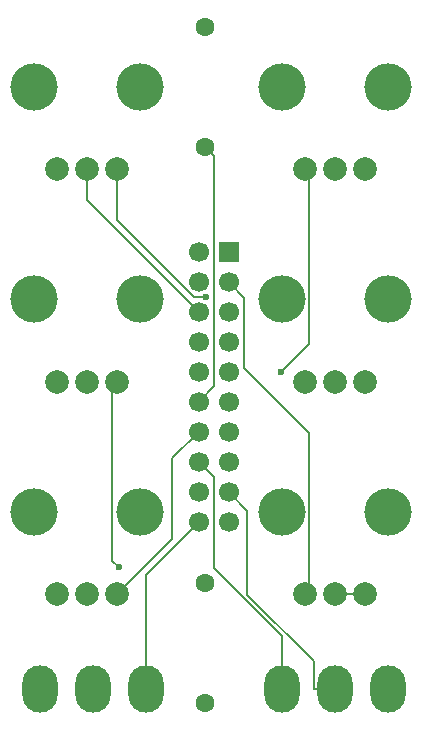
<source format=gbr>
%TF.GenerationSoftware,KiCad,Pcbnew,9.0.5*%
%TF.CreationDate,2025-10-05T20:16:51+02:00*%
%TF.ProjectId,11_fm_drum_io,31315f66-6d5f-4647-9275-6d5f696f2e6b,rev?*%
%TF.SameCoordinates,Original*%
%TF.FileFunction,Copper,L1,Top*%
%TF.FilePolarity,Positive*%
%FSLAX46Y46*%
G04 Gerber Fmt 4.6, Leading zero omitted, Abs format (unit mm)*
G04 Created by KiCad (PCBNEW 9.0.5) date 2025-10-05 20:16:51*
%MOMM*%
%LPD*%
G01*
G04 APERTURE LIST*
%TA.AperFunction,ComponentPad*%
%ADD10O,3.000000X4.000000*%
%TD*%
%TA.AperFunction,ComponentPad*%
%ADD11C,4.000000*%
%TD*%
%TA.AperFunction,ComponentPad*%
%ADD12C,2.000000*%
%TD*%
%TA.AperFunction,ComponentPad*%
%ADD13C,1.600000*%
%TD*%
%TA.AperFunction,ComponentPad*%
%ADD14R,1.700000X1.700000*%
%TD*%
%TA.AperFunction,ComponentPad*%
%ADD15C,1.700000*%
%TD*%
%TA.AperFunction,ViaPad*%
%ADD16C,0.600000*%
%TD*%
%TA.AperFunction,Conductor*%
%ADD17C,0.200000*%
%TD*%
G04 APERTURE END LIST*
D10*
%TO.P,SW2,1,A*%
%TO.N,io sine{slash}pulse pin 1*%
X110500000Y-100000000D03*
%TO.P,SW2,2,B*%
%TO.N,io sine{slash}pulse pin 2*%
X106000000Y-100000000D03*
%TO.P,SW2,3,C*%
%TO.N,io sine{slash}pulse pin 3*%
X101500000Y-100000000D03*
%TD*%
D11*
%TO.P,RV1,*%
%TO.N,*%
X80500000Y-67000000D03*
X89500000Y-67000000D03*
D12*
%TO.P,RV1,1,1*%
%TO.N,io tune lvl pin 1*%
X82460000Y-74000000D03*
%TO.P,RV1,2,2*%
%TO.N,io tune lvl pin 2*%
X85000000Y-74000000D03*
%TO.P,RV1,3,3*%
%TO.N,GND*%
X87540000Y-74000000D03*
%TD*%
D11*
%TO.P,RV4,*%
%TO.N,*%
X80500000Y-49000000D03*
X89500000Y-49000000D03*
D12*
%TO.P,RV4,1,1*%
%TO.N,+12V*%
X82460000Y-56000000D03*
%TO.P,RV4,2,2*%
%TO.N,io tune 1 pin 2*%
X85000000Y-56000000D03*
%TO.P,RV4,3,3*%
%TO.N,io tune 1 pin 3*%
X87540000Y-56000000D03*
%TD*%
D11*
%TO.P,RV5,*%
%TO.N,*%
X101500000Y-49000000D03*
X110500000Y-49000000D03*
D12*
%TO.P,RV5,1,1*%
%TO.N,io tune 2 pin 3*%
X103460000Y-56000000D03*
%TO.P,RV5,2,2*%
%TO.N,io tune 2 pin 2*%
X106000000Y-56000000D03*
%TO.P,RV5,3,3*%
%TO.N,Net-(R1-Pad1)*%
X108540000Y-56000000D03*
%TD*%
D11*
%TO.P,RV6,*%
%TO.N,*%
X80500000Y-85000000D03*
X89500000Y-85000000D03*
D12*
%TO.P,RV6,1,1*%
%TO.N,io decay pin 1*%
X82460000Y-92000000D03*
%TO.P,RV6,2,2*%
%TO.N,io decay pin 2*%
X85000000Y-92000000D03*
%TO.P,RV6,3,3*%
X87540000Y-92000000D03*
%TD*%
D10*
%TO.P,SW1,1,A*%
%TO.N,io fm on{slash}off pin 1*%
X90000000Y-100000000D03*
%TO.P,SW1,2,B*%
%TO.N,io fm on{slash}off pin 2*%
X85500000Y-100000000D03*
%TO.P,SW1,3,C*%
%TO.N,GND*%
X81000000Y-100000000D03*
%TD*%
D11*
%TO.P,RV3,*%
%TO.N,*%
X101500000Y-85000000D03*
X110500000Y-85000000D03*
D12*
%TO.P,RV3,1,1*%
%TO.N,io tune decay 1*%
X103460000Y-92000000D03*
%TO.P,RV3,2,2*%
%TO.N,Net-(R2-Pad2)*%
X106000000Y-92000000D03*
%TO.P,RV3,3,3*%
X108540000Y-92000000D03*
%TD*%
D11*
%TO.P,RV2,*%
%TO.N,*%
X101500000Y-67000000D03*
X110500000Y-67000000D03*
D12*
%TO.P,RV2,1,1*%
%TO.N,io tune depth 1*%
X103460000Y-74000000D03*
%TO.P,RV2,2,2*%
X106000000Y-74000000D03*
%TO.P,RV2,3,3*%
%TO.N,io tune depth 2*%
X108540000Y-74000000D03*
%TD*%
D13*
%TO.P,R1,1*%
%TO.N,Net-(R1-Pad1)*%
X95000000Y-43920000D03*
%TO.P,R1,2*%
%TO.N,+12V*%
X95000000Y-54080000D03*
%TD*%
D14*
%TO.P,J1,1,Pin_1*%
%TO.N,io tune lvl pin 1*%
X97000000Y-63000000D03*
D15*
%TO.P,J1,2,Pin_2*%
%TO.N,io tune lvl pin 2*%
X94460000Y-63000000D03*
%TO.P,J1,3,Pin_3*%
%TO.N,io tune decay 1*%
X97000000Y-65540000D03*
%TO.P,J1,4,Pin_4*%
%TO.N,io tune depth 1*%
X94460000Y-65540000D03*
%TO.P,J1,5,Pin_5*%
%TO.N,io tune depth 2*%
X97000000Y-68080000D03*
%TO.P,J1,6,Pin_6*%
%TO.N,io tune 1 pin 2*%
X94460000Y-68080000D03*
%TO.P,J1,7,Pin_7*%
%TO.N,io tune 1 pin 3*%
X97000000Y-70620000D03*
%TO.P,J1,8,Pin_8*%
%TO.N,io tune 2 pin 2*%
X94460000Y-70620000D03*
%TO.P,J1,9,Pin_9*%
%TO.N,io tune 2 pin 3*%
X97000000Y-73160000D03*
%TO.P,J1,10,Pin_10*%
%TO.N,unconnected-(J1-Pin_10-Pad10)*%
X94460000Y-73160000D03*
%TO.P,J1,11,Pin_11*%
%TO.N,GND*%
X97000000Y-75700000D03*
%TO.P,J1,12,Pin_12*%
%TO.N,+12V*%
X94460000Y-75700000D03*
%TO.P,J1,13,Pin_13*%
%TO.N,unconnected-(J1-Pin_13-Pad13)*%
X97000000Y-78240000D03*
%TO.P,J1,14,Pin_14*%
%TO.N,io decay pin 2*%
X94460000Y-78240000D03*
%TO.P,J1,15,Pin_15*%
%TO.N,io decay pin 1*%
X97000000Y-80780000D03*
%TO.P,J1,16,Pin_16*%
%TO.N,io sine{slash}pulse pin 3*%
X94460000Y-80780000D03*
%TO.P,J1,17,Pin_17*%
%TO.N,io sine{slash}pulse pin 2*%
X97000000Y-83320000D03*
%TO.P,J1,18,Pin_18*%
%TO.N,io sine{slash}pulse pin 1*%
X94460000Y-83320000D03*
%TO.P,J1,19,Pin_19*%
%TO.N,io fm on{slash}off pin 2*%
X97000000Y-85860000D03*
%TO.P,J1,20,Pin_20*%
%TO.N,io fm on{slash}off pin 1*%
X94460000Y-85860000D03*
%TD*%
D13*
%TO.P,R2,1*%
%TO.N,GND*%
X95000000Y-91000000D03*
%TO.P,R2,2*%
%TO.N,Net-(R2-Pad2)*%
X95000000Y-101160000D03*
%TD*%
D16*
%TO.N,io tune 1 pin 3*%
X95126700Y-66810000D03*
%TO.N,io tune 2 pin 3*%
X101457800Y-73138900D03*
%TO.N,GND*%
X87714400Y-89705100D03*
%TD*%
D17*
%TO.N,Net-(R2-Pad2)*%
X108540000Y-92000000D02*
X106000000Y-92000000D01*
%TO.N,io tune 1 pin 2*%
X85000000Y-58620000D02*
X94460000Y-68080000D01*
X85000000Y-56000000D02*
X85000000Y-58620000D01*
%TO.N,io fm on{slash}off pin 1*%
X90000000Y-90320000D02*
X90000000Y-100000000D01*
X94460000Y-85860000D02*
X90000000Y-90320000D01*
%TO.N,io tune 1 pin 3*%
X94095900Y-66810000D02*
X95126700Y-66810000D01*
X87540000Y-60254100D02*
X94095900Y-66810000D01*
X87540000Y-56000000D02*
X87540000Y-60254100D01*
%TO.N,io tune decay 1*%
X98329000Y-66869000D02*
X97000000Y-65540000D01*
X98329000Y-72862400D02*
X98329000Y-66869000D01*
X103821000Y-78354400D02*
X98329000Y-72862400D01*
X103821000Y-91639000D02*
X103821000Y-78354400D01*
X103460000Y-92000000D02*
X103821000Y-91639000D01*
%TO.N,io sine{slash}pulse pin 3*%
X101500000Y-95498000D02*
X101500000Y-100000000D01*
X95730000Y-89728000D02*
X101500000Y-95498000D01*
X95730000Y-82050000D02*
X95730000Y-89728000D01*
X94460000Y-80780000D02*
X95730000Y-82050000D01*
%TO.N,io sine{slash}pulse pin 2*%
X106000000Y-100000000D02*
X104198300Y-100000000D01*
X98588600Y-84908600D02*
X97000000Y-83320000D01*
X98588600Y-92018600D02*
X98588600Y-84908600D01*
X104198300Y-97628300D02*
X98588600Y-92018600D01*
X104198300Y-100000000D02*
X104198300Y-97628300D01*
%TO.N,io tune 2 pin 3*%
X103818200Y-70778500D02*
X101457800Y-73138900D01*
X103818200Y-56358200D02*
X103818200Y-70778500D01*
X103460000Y-56000000D02*
X103818200Y-56358200D01*
%TO.N,GND*%
X87152600Y-74387400D02*
X87540000Y-74000000D01*
X87152600Y-89143300D02*
X87152600Y-74387400D01*
X87714400Y-89705100D02*
X87152600Y-89143300D01*
%TO.N,io decay pin 2*%
X92239800Y-87300200D02*
X87540000Y-92000000D01*
X92239800Y-80460200D02*
X92239800Y-87300200D01*
X94460000Y-78240000D02*
X92239800Y-80460200D01*
%TO.N,+12V*%
X95778500Y-54858500D02*
X95000000Y-54080000D01*
X95778500Y-74381500D02*
X95778500Y-54858500D01*
X94460000Y-75700000D02*
X95778500Y-74381500D01*
%TD*%
M02*

</source>
